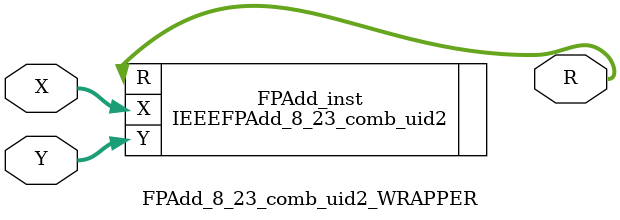
<source format=sv>
`timescale 1ns / 1ps


module FPAdd_8_23_comb_uid2_WRAPPER(

    input                [31:0] X,
    input                [31:0] Y,
    output               [31:0] R

);

  // Instantiate the top VHDL module
  IEEEFPAdd_8_23_comb_uid2 FPAdd_inst (
    .X(X),
    .Y(Y),
    .R(R)
  );

endmodule

</source>
